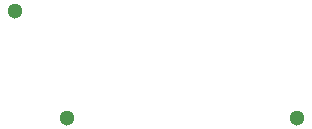
<source format=gbl>
G04 #@! TF.GenerationSoftware,KiCad,Pcbnew,(6.0.2)*
G04 #@! TF.CreationDate,2022-09-05T01:34:10-04:00*
G04 #@! TF.ProjectId,midi-trs-a-b-conveter,6d696469-2d74-4727-932d-612d622d636f,rev?*
G04 #@! TF.SameCoordinates,PX7c5bf00PY5fb3830*
G04 #@! TF.FileFunction,Copper,L2,Bot*
G04 #@! TF.FilePolarity,Positive*
%FSLAX46Y46*%
G04 Gerber Fmt 4.6, Leading zero omitted, Abs format (unit mm)*
G04 Created by KiCad (PCBNEW (6.0.2)) date 2022-09-05 01:34:10*
%MOMM*%
%LPD*%
G01*
G04 APERTURE LIST*
G04 #@! TA.AperFunction,ComponentPad*
%ADD10C,1.300000*%
G04 #@! TD*
G04 APERTURE END LIST*
D10*
G04 #@! TO.P,,1*
G04 #@! TO.N,N/C*
X6950000Y1900000D03*
G04 #@! TD*
G04 #@! TO.P,,1*
G04 #@! TO.N,N/C*
X26450000Y1900000D03*
G04 #@! TD*
G04 #@! TO.P,REF\u002A\u002A,1*
G04 #@! TO.N,N/C*
X2550000Y11000000D03*
G04 #@! TD*
M02*

</source>
